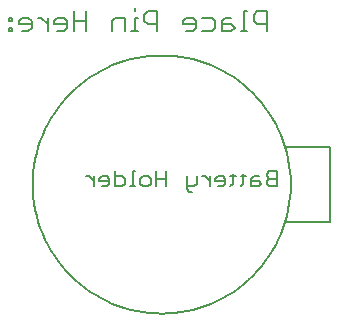
<source format=gbo>
G75*
G70*
%OFA0B0*%
%FSLAX24Y24*%
%IPPOS*%
%LPD*%
%AMOC8*
5,1,8,0,0,1.08239X$1,22.5*
%
%ADD10C,0.0050*%
%ADD11C,0.0060*%
D10*
X004639Y007537D02*
X004639Y007878D01*
X004639Y007708D02*
X004468Y007878D01*
X004383Y007878D01*
X004814Y007793D02*
X004814Y007708D01*
X005154Y007708D01*
X005154Y007793D02*
X005069Y007878D01*
X004899Y007878D01*
X004814Y007793D01*
X004899Y007537D02*
X005069Y007537D01*
X005154Y007623D01*
X005154Y007793D01*
X005330Y007878D02*
X005585Y007878D01*
X005670Y007793D01*
X005670Y007623D01*
X005585Y007537D01*
X005330Y007537D01*
X005330Y008048D01*
X005929Y008048D02*
X005929Y007537D01*
X006014Y007537D02*
X005843Y007537D01*
X006189Y007623D02*
X006189Y007793D01*
X006274Y007878D01*
X006444Y007878D01*
X006529Y007793D01*
X006529Y007623D01*
X006444Y007537D01*
X006274Y007537D01*
X006189Y007623D01*
X006014Y008048D02*
X005929Y008048D01*
X006705Y008048D02*
X006705Y007537D01*
X006705Y007793D02*
X007045Y007793D01*
X002607Y007600D02*
X002612Y007811D01*
X002628Y008021D01*
X002654Y008231D01*
X002690Y008439D01*
X002736Y008645D01*
X002792Y008848D01*
X002858Y009049D01*
X002934Y009246D01*
X003020Y009438D01*
X003115Y009627D01*
X003219Y009811D01*
X003332Y009989D01*
X003453Y010162D01*
X003583Y010328D01*
X003721Y010488D01*
X003866Y010641D01*
X004019Y010786D01*
X004179Y010924D01*
X004345Y011054D01*
X004518Y011175D01*
X004696Y011288D01*
X004880Y011392D01*
X005069Y011487D01*
X005261Y011573D01*
X005458Y011649D01*
X005659Y011715D01*
X005862Y011771D01*
X006068Y011817D01*
X006276Y011853D01*
X006486Y011879D01*
X006696Y011895D01*
X006907Y011900D01*
X007118Y011895D01*
X007328Y011879D01*
X007538Y011853D01*
X007746Y011817D01*
X007952Y011771D01*
X008155Y011715D01*
X008356Y011649D01*
X008553Y011573D01*
X008745Y011487D01*
X008934Y011392D01*
X009118Y011288D01*
X009296Y011175D01*
X009469Y011054D01*
X009635Y010924D01*
X009795Y010786D01*
X009948Y010641D01*
X010093Y010488D01*
X010231Y010328D01*
X010361Y010162D01*
X010482Y009989D01*
X010595Y009811D01*
X010699Y009627D01*
X010794Y009438D01*
X010880Y009246D01*
X010956Y009049D01*
X011022Y008848D01*
X011078Y008645D01*
X011124Y008439D01*
X011160Y008231D01*
X011186Y008021D01*
X011202Y007811D01*
X011207Y007600D01*
X011202Y007389D01*
X011186Y007179D01*
X011160Y006969D01*
X011124Y006761D01*
X011078Y006555D01*
X011022Y006352D01*
X010956Y006151D01*
X010880Y005954D01*
X010794Y005762D01*
X010699Y005573D01*
X010595Y005389D01*
X010482Y005211D01*
X010361Y005038D01*
X010231Y004872D01*
X010093Y004712D01*
X009948Y004559D01*
X009795Y004414D01*
X009635Y004276D01*
X009469Y004146D01*
X009296Y004025D01*
X009118Y003912D01*
X008934Y003808D01*
X008745Y003713D01*
X008553Y003627D01*
X008356Y003551D01*
X008155Y003485D01*
X007952Y003429D01*
X007746Y003383D01*
X007538Y003347D01*
X007328Y003321D01*
X007118Y003305D01*
X006907Y003300D01*
X006696Y003305D01*
X006486Y003321D01*
X006276Y003347D01*
X006068Y003383D01*
X005862Y003429D01*
X005659Y003485D01*
X005458Y003551D01*
X005261Y003627D01*
X005069Y003713D01*
X004880Y003808D01*
X004696Y003912D01*
X004518Y004025D01*
X004345Y004146D01*
X004179Y004276D01*
X004019Y004414D01*
X003866Y004559D01*
X003721Y004712D01*
X003583Y004872D01*
X003453Y005038D01*
X003332Y005211D01*
X003219Y005389D01*
X003115Y005573D01*
X003020Y005762D01*
X002934Y005954D01*
X002858Y006151D01*
X002792Y006352D01*
X002736Y006555D01*
X002690Y006761D01*
X002654Y006969D01*
X002628Y007179D01*
X002612Y007389D01*
X002607Y007600D01*
X007045Y007537D02*
X007045Y008048D01*
X007736Y007878D02*
X007736Y007452D01*
X007821Y007367D01*
X007906Y007367D01*
X007991Y007537D02*
X008076Y007623D01*
X008076Y007878D01*
X008251Y007878D02*
X008336Y007878D01*
X008506Y007708D01*
X008506Y007878D02*
X008506Y007537D01*
X008681Y007708D02*
X009022Y007708D01*
X009022Y007793D02*
X008936Y007878D01*
X008766Y007878D01*
X008681Y007793D01*
X008681Y007708D01*
X008766Y007537D02*
X008936Y007537D01*
X009022Y007623D01*
X009022Y007793D01*
X009195Y007878D02*
X009365Y007878D01*
X009280Y007963D02*
X009280Y007623D01*
X009195Y007537D01*
X009539Y007537D02*
X009624Y007623D01*
X009624Y007963D01*
X009709Y007878D02*
X009539Y007878D01*
X009884Y007793D02*
X009884Y007537D01*
X010140Y007537D01*
X010225Y007623D01*
X010140Y007708D01*
X009884Y007708D01*
X009884Y007793D02*
X009969Y007878D01*
X010140Y007878D01*
X010400Y007878D02*
X010485Y007793D01*
X010740Y007793D01*
X010740Y008048D02*
X010740Y007537D01*
X010485Y007537D01*
X010400Y007623D01*
X010400Y007708D01*
X010485Y007793D01*
X010400Y007878D02*
X010400Y007963D01*
X010485Y008048D01*
X010740Y008048D01*
X011007Y008850D02*
X012507Y008850D01*
X012507Y006350D01*
X011007Y006350D01*
X007991Y007537D02*
X007736Y007537D01*
D11*
X007721Y012728D02*
X007935Y012728D01*
X008041Y012835D01*
X008041Y013049D01*
X007935Y013155D01*
X007721Y013155D01*
X007614Y013049D01*
X007614Y012942D01*
X008041Y012942D01*
X008259Y013155D02*
X008579Y013155D01*
X008686Y013049D01*
X008686Y012835D01*
X008579Y012728D01*
X008259Y012728D01*
X008903Y012728D02*
X009224Y012728D01*
X009330Y012835D01*
X009224Y012942D01*
X008903Y012942D01*
X008903Y013049D02*
X008903Y012728D01*
X008903Y013049D02*
X009010Y013155D01*
X009224Y013155D01*
X009547Y012728D02*
X009760Y012728D01*
X009653Y012728D02*
X009653Y013369D01*
X009760Y013369D01*
X009978Y013262D02*
X009978Y013049D01*
X010084Y012942D01*
X010405Y012942D01*
X010405Y012728D02*
X010405Y013369D01*
X010084Y013369D01*
X009978Y013262D01*
X006752Y013369D02*
X006752Y012728D01*
X006752Y012942D02*
X006432Y012942D01*
X006325Y013049D01*
X006325Y013262D01*
X006432Y013369D01*
X006752Y013369D01*
X006108Y013155D02*
X006001Y013155D01*
X006001Y012728D01*
X006108Y012728D02*
X005894Y012728D01*
X005678Y012728D02*
X005678Y013155D01*
X005358Y013155D01*
X005251Y013049D01*
X005251Y012728D01*
X006001Y013369D02*
X006001Y013476D01*
X004389Y013369D02*
X004389Y012728D01*
X004389Y013049D02*
X003962Y013049D01*
X003744Y013049D02*
X003744Y012835D01*
X003638Y012728D01*
X003424Y012728D01*
X003317Y012942D02*
X003744Y012942D01*
X003744Y013049D02*
X003638Y013155D01*
X003424Y013155D01*
X003317Y013049D01*
X003317Y012942D01*
X003100Y012942D02*
X002886Y013155D01*
X002779Y013155D01*
X002563Y013049D02*
X002563Y012835D01*
X002456Y012728D01*
X002242Y012728D01*
X002136Y012942D02*
X002563Y012942D01*
X002563Y013049D02*
X002456Y013155D01*
X002242Y013155D01*
X002136Y013049D01*
X002136Y012942D01*
X001918Y013049D02*
X001918Y013155D01*
X001811Y013155D01*
X001811Y013049D01*
X001918Y013049D01*
X001918Y012835D02*
X001811Y012835D01*
X001811Y012728D01*
X001918Y012728D01*
X001918Y012835D01*
X003100Y012728D02*
X003100Y013155D01*
X003962Y013369D02*
X003962Y012728D01*
M02*

</source>
